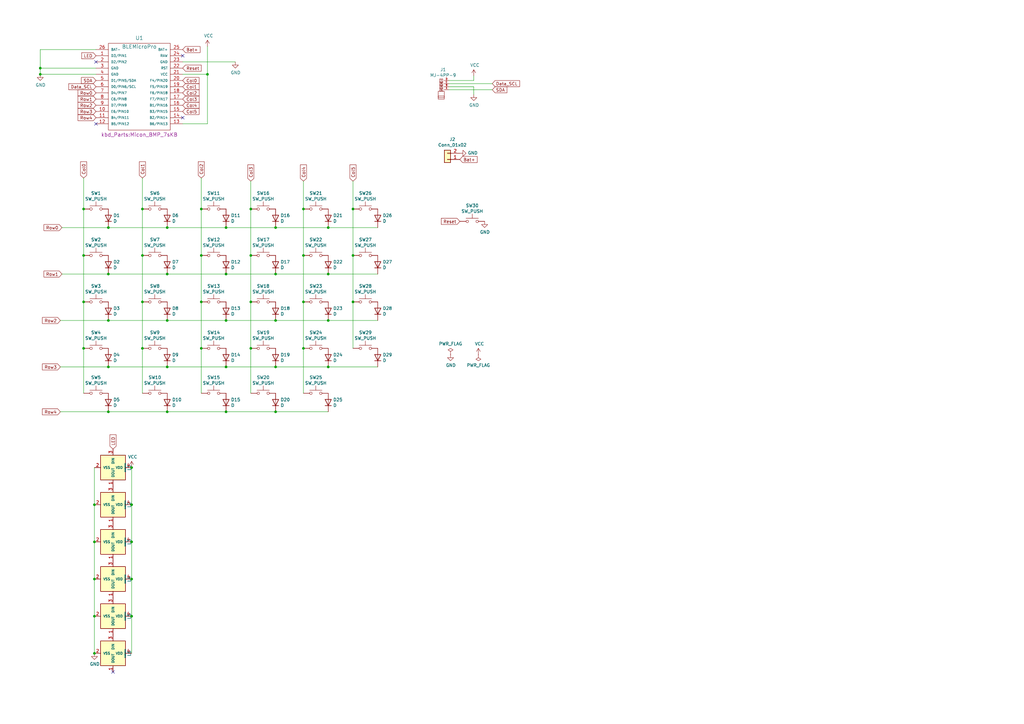
<source format=kicad_sch>
(kicad_sch (version 20211123) (generator eeschema)
  (paper "A3")
  (lib_symbols
    (symbol "Connector_Generic:Conn_01x02" (pin_names (offset 1.016) hide)
      (property "Reference" "J" (at 0 2.54 0))
      (property "Value" "Conn_01x02" (at 0 -5.08 0))
      (symbol "Conn_01x02_1_1"
        (rectangle (start -1.27 -2.413) (end 0 -2.667) (stroke (width 0.1524)))
        (rectangle (start -1.27 0.127) (end 0 -0.127) (stroke (width 0.1524)))
        (rectangle (start -1.27 1.27) (end 1.27 -3.81) (stroke (width 0.254)) (fill (type background)))
        (pin passive line (at -5.08 0 0) (length 3.81) (name "Pin_1") (number "1"))
        (pin passive line (at -5.08 -2.54 0) (length 3.81) (name "Pin_2") (number "2"))
      )
    )
    (symbol "Device:D" (pin_numbers hide) (pin_names (offset 1.016) hide)
      (property "Reference" "D" (at 0 2.54 0))
      (property "Value" "D" (at 0 -2.54 0))
      (symbol "D_0_1"
        (polyline (pts (xy -1.27 1.27) (xy -1.27 -1.27)) (stroke (width 0.254)))
        (polyline (pts (xy 1.27 0) (xy -1.27 0)))
        (polyline (pts (xy 1.27 1.27) (xy 1.27 -1.27) (xy -1.27 0) (xy 1.27 1.27)) (stroke (width 0.254)))
      )
      (symbol "D_1_1"
        (pin passive line (at -3.81 0 0) (length 2.54) (name "K") (number "1"))
        (pin passive line (at 3.81 0 180) (length 2.54) (name "A") (number "2"))
      )
    )
    (symbol "Salicylic_kbd:LED_SK6812MINI-E" (pin_names (offset 1.016))
      (property "Reference" "LED" (at 5.08 -10.16 0))
      (property "Value" "LED_SK6812MINI-E" (at 8.89 -8.89 0))
      (symbol "LED_SK6812MINI-E_0_1"
        (rectangle (start -5.08 5.08) (end 5.08 -5.08) (stroke (width 0.254)) (fill (type background)))
      )
      (symbol "LED_SK6812MINI-E_1_1"
        (pin output line (at 7.62 0 180) (length 2.54) (name "DOUT") (number "1"))
        (pin power_in line (at 0 -7.62 90) (length 2.54) (name "VSS") (number "2"))
        (pin input line (at -7.62 0 0) (length 2.54) (name "DIN") (number "3"))
        (pin power_in line (at 0 7.62 270) (length 2.54) (name "VDD") (number "4"))
      )
    )
    (symbol "Salicylic_kbd:Micon_BLEMicroPro" (pin_names (offset 1.016))
      (property "Reference" "U" (at 0 26.67 0))
      (property "Value" "Micon_BLEMicroPro" (at 0 -13.97 0))
      (symbol "Micon_BLEMicroPro_0_1"
        (rectangle (start 12.7 24.13) (end -12.7 -11.43))
      )
      (symbol "Micon_BLEMicroPro_1_1"
        (pin bidirectional line (at -17.78 19.05 0) (length 5.08) (name "D3/PIN1") (number "1"))
        (pin bidirectional line (at -17.78 -3.81 0) (length 5.08) (name "E6/PIN10") (number "10"))
        (pin bidirectional line (at -17.78 -6.35 0) (length 5.08) (name "B4/PIN11") (number "11"))
        (pin bidirectional line (at -17.78 -8.89 0) (length 5.08) (name "B5/PIN12") (number "12"))
        (pin bidirectional line (at 17.78 -8.89 180) (length 5.08) (name "B6/PIN13") (number "13"))
        (pin bidirectional line (at 17.78 -6.35 180) (length 5.08) (name "B2/PIN14") (number "14"))
        (pin bidirectional line (at 17.78 -3.81 180) (length 5.08) (name "B3/PIN15") (number "15"))
        (pin bidirectional line (at 17.78 -1.27 180) (length 5.08) (name "B1/PIN16") (number "16"))
        (pin bidirectional line (at 17.78 1.27 180) (length 5.08) (name "F7/PIN17") (number "17"))
        (pin bidirectional line (at 17.78 3.81 180) (length 5.08) (name "F6/PIN18") (number "18"))
        (pin bidirectional line (at 17.78 6.35 180) (length 5.08) (name "F5/PIN19") (number "19"))
        (pin bidirectional line (at -17.78 16.51 0) (length 5.08) (name "D2/PIN2") (number "2"))
        (pin bidirectional line (at 17.78 8.89 180) (length 5.08) (name "F4/PIN20") (number "20"))
        (pin power_in line (at 17.78 11.43 180) (length 5.08) (name "VCC") (number "21"))
        (pin input line (at 17.78 13.97 180) (length 5.08) (name "RST") (number "22"))
        (pin power_in line (at 17.78 16.51 180) (length 5.08) (name "GND") (number "23"))
        (pin power_out line (at 17.78 19.05 180) (length 5.08) (name "RAW") (number "24"))
        (pin input line (at 17.78 21.59 180) (length 5.08) (name "BAT+") (number "25"))
        (pin input line (at -17.78 21.59 0) (length 5.08) (name "BAT-") (number "26"))
        (pin power_in line (at -17.78 13.97 0) (length 5.08) (name "GND") (number "3"))
        (pin power_in line (at -17.78 11.43 0) (length 5.08) (name "GND") (number "4"))
        (pin bidirectional line (at -17.78 8.89 0) (length 5.08) (name "D1/PIN5/SDA") (number "5"))
        (pin bidirectional line (at -17.78 6.35 0) (length 5.08) (name "D0/PIN6/SCL") (number "6"))
        (pin bidirectional line (at -17.78 3.81 0) (length 5.08) (name "D4/PIN7") (number "7"))
        (pin bidirectional line (at -17.78 1.27 0) (length 5.08) (name "C6/PIN8") (number "8"))
        (pin bidirectional line (at -17.78 -1.27 0) (length 5.08) (name "D7/PIN9") (number "9"))
      )
    )
    (symbol "Salicylic_kbd:TRRS_MJ-4PP-9" (pin_names (offset 1.016))
      (property "Reference" "J" (at 0 5.08 0))
      (property "Value" "TRRS_MJ-4PP-9" (at 0 -6.985 0))
      (symbol "TRRS_MJ-4PP-9_0_0"
        (text "R" (at 0 0 0) (effects (font (size 0.6096 0.6096))))
        (text "R" (at 0 1.27 0) (effects (font (size 0.6096 0.6096))))
        (text "S" (at 0 -1.27 0) (effects (font (size 0.6096 0.6096))))
        (text "T" (at 0 2.54 0) (effects (font (size 0.6096 0.6096))))
      )
      (symbol "TRRS_MJ-4PP-9_0_1"
        (rectangle (start -1.27 -3.81) (end 1.27 -4.445))
        (rectangle (start -1.27 -1.905) (end 1.27 -5.08))
        (rectangle (start -0.635 -0.635) (end 0.635 -1.905))
        (rectangle (start -0.635 0.635) (end 0.635 -0.635))
        (rectangle (start -0.635 1.905) (end 0.635 0.635))
        (rectangle (start -0.635 3.175) (end 0.635 1.905))
      )
      (symbol "TRRS_MJ-4PP-9_1_1"
        (pin input line (at 3.175 -1.27 180) (length 2.0066) (name "~") (number "A"))
        (pin input line (at 3.175 0 180) (length 2.0066) (name "~") (number "B"))
        (pin input line (at 3.175 1.27 180) (length 2.0066) (name "~") (number "C"))
        (pin input line (at 3.175 2.54 180) (length 2.0066) (name "~") (number "D"))
      )
    )
    (symbol "Switch:SW_Push" (pin_numbers hide) (pin_names (offset 1.016) hide)
      (property "Reference" "SW" (at 1.27 2.54 0))
      (property "Value" "SW_Push" (at 0 -1.524 0))
      (symbol "SW_Push_0_1"
        (circle (center -2.032 0) (radius 0.508))
        (polyline (pts (xy 0 1.27) (xy 0 3.048)))
        (polyline (pts (xy 2.54 1.27) (xy -2.54 1.27)))
        (circle (center 2.032 0) (radius 0.508))
        (pin passive line (at -5.08 0 0) (length 2.54) (name "1") (number "1"))
        (pin passive line (at 5.08 0 180) (length 2.54) (name "2") (number "2"))
      )
    )
    (symbol "power:GND" (power) (pin_names (offset 0))
      (property "Value" "GND" (at 0 -3.81 0))
      (symbol "GND_0_1"
        (polyline (pts (xy 0 0) (xy 0 -1.27) (xy 1.27 -1.27) (xy 0 -2.54) (xy -1.27 -1.27) (xy 0 -1.27)))
      )
      (symbol "GND_1_1"
        (pin power_in line (at 0 0 270) (length 0) hide (name "GND") (number "1"))
      )
    )
    (symbol "power:PWR_FLAG" (power) (pin_numbers hide) (pin_names (offset 0) hide)
      (property "Value" "PWR_FLAG" (at 0 3.81 0))
      (symbol "PWR_FLAG_0_0"
        (pin power_out line (at 0 0 90) (length 0) (name "pwr") (number "1"))
      )
      (symbol "PWR_FLAG_0_1"
        (polyline (pts (xy 0 0) (xy 0 1.27) (xy -1.016 1.905) (xy 0 2.54) (xy 1.016 1.905) (xy 0 1.27)))
      )
    )
    (symbol "power:VCC" (power) (pin_names (offset 0))
      (property "Value" "VCC" (at 0 3.81 0))
      (symbol "VCC_0_1"
        (polyline (pts (xy -0.762 1.27) (xy 0 2.54)))
        (polyline (pts (xy 0 0) (xy 0 2.54)))
        (polyline (pts (xy 0 2.54) (xy 0.762 1.27)))
      )
      (symbol "VCC_1_1"
        (pin power_in line (at 0 0 90) (length 0) hide (name "VCC") (number "1"))
      )
    )
  )
  (junction (at 53.975 252.73))
  (junction (at 82.55 142.875))
  (junction (at 92.71 93.345))
  (junction (at 92.71 150.495))
  (junction (at 102.87 142.875))
  (junction (at 58.42 142.875))
  (junction (at 113.03 112.395))
  (junction (at 68.58 112.395))
  (junction (at 113.03 168.91))
  (junction (at 124.46 104.775))
  (junction (at 44.45 93.345))
  (junction (at 53.975 191.77))
  (junction (at 38.735 252.73))
  (junction (at 102.87 123.825))
  (junction (at 34.29 85.725))
  (junction (at 82.55 123.825))
  (junction (at 53.975 237.49))
  (junction (at 38.735 207.01))
  (junction (at 16.51 30.48))
  (junction (at 113.03 93.345))
  (junction (at 68.58 168.91))
  (junction (at 44.45 168.91))
  (junction (at 92.71 131.445))
  (junction (at 38.735 267.97))
  (junction (at 68.58 131.445))
  (junction (at 44.45 112.395))
  (junction (at 134.62 112.395))
  (junction (at 92.71 168.91))
  (junction (at 113.03 131.445))
  (junction (at 44.45 150.495))
  (junction (at 34.29 123.825))
  (junction (at 68.58 93.345))
  (junction (at 53.975 207.01))
  (junction (at 38.735 222.25))
  (junction (at 38.735 237.49))
  (junction (at 113.03 150.495))
  (junction (at 16.51 27.94))
  (junction (at 82.55 104.775))
  (junction (at 124.46 123.825))
  (junction (at 58.42 85.725))
  (junction (at 68.58 150.495))
  (junction (at 85.09 30.48))
  (junction (at 82.55 85.725))
  (junction (at 124.46 85.725))
  (junction (at 44.45 131.445))
  (junction (at 124.46 142.875))
  (junction (at 34.29 104.775))
  (junction (at 144.78 104.775))
  (junction (at 144.78 85.725))
  (junction (at 53.975 222.25))
  (junction (at 102.87 85.725))
  (junction (at 134.62 93.345))
  (junction (at 58.42 123.825))
  (junction (at 134.62 131.445))
  (junction (at 92.71 112.395))
  (junction (at 34.29 142.875))
  (junction (at 58.42 104.775))
  (junction (at 134.62 150.495))
  (junction (at 102.87 104.775))
  (junction (at 144.78 123.825))
  (no_connect (at 46.355 275.59))
  (no_connect (at 74.93 22.86))
  (no_connect (at 74.93 48.26))
  (no_connect (at 39.37 50.8))
  (no_connect (at 39.37 25.4))
  (wire (pts (xy 39.37 20.32) (xy 16.51 20.32)))
  (wire (pts (xy 34.29 85.725) (xy 34.29 104.775)))
  (wire (pts (xy 34.29 142.875) (xy 34.29 161.29)))
  (wire (pts (xy 82.55 123.825) (xy 82.55 142.875)))
  (wire (pts (xy 38.735 237.49) (xy 38.735 252.73)))
  (wire (pts (xy 58.42 142.875) (xy 58.42 161.29)))
  (wire (pts (xy 82.55 142.875) (xy 82.55 161.29)))
  (wire (pts (xy 92.71 131.445) (xy 113.03 131.445)))
  (wire (pts (xy 44.45 150.495) (xy 68.58 150.495)))
  (wire (pts (xy 58.42 73.025) (xy 58.42 85.725)))
  (wire (pts (xy 68.58 131.445) (xy 92.71 131.445)))
  (wire (pts (xy 92.71 168.91) (xy 113.03 168.91)))
  (wire (pts (xy 53.975 222.25) (xy 53.975 237.49)))
  (wire (pts (xy 184.15 35.56) (xy 194.31 35.56)))
  (wire (pts (xy 134.62 112.395) (xy 154.94 112.395)))
  (wire (pts (xy 134.62 150.495) (xy 154.94 150.495)))
  (wire (pts (xy 92.71 93.345) (xy 113.03 93.345)))
  (wire (pts (xy 58.42 85.725) (xy 58.42 104.775)))
  (wire (pts (xy 92.71 112.395) (xy 113.03 112.395)))
  (wire (pts (xy 113.03 93.345) (xy 134.62 93.345)))
  (wire (pts (xy 53.975 207.01) (xy 53.975 222.25)))
  (wire (pts (xy 24.765 131.445) (xy 44.45 131.445)))
  (wire (pts (xy 102.87 74.295) (xy 102.87 85.725)))
  (wire (pts (xy 34.29 123.825) (xy 34.29 142.875)))
  (wire (pts (xy 74.93 50.8) (xy 85.09 50.8)))
  (wire (pts (xy 144.78 74.295) (xy 144.78 85.725)))
  (wire (pts (xy 39.37 30.48) (xy 16.51 30.48)))
  (wire (pts (xy 34.29 104.775) (xy 34.29 123.825)))
  (wire (pts (xy 68.58 93.345) (xy 92.71 93.345)))
  (wire (pts (xy 194.31 35.56) (xy 194.31 38.735)))
  (wire (pts (xy 85.09 30.48) (xy 85.09 19.05)))
  (wire (pts (xy 34.29 73.025) (xy 34.29 85.725)))
  (wire (pts (xy 68.58 112.395) (xy 92.71 112.395)))
  (wire (pts (xy 82.55 104.775) (xy 82.55 123.825)))
  (wire (pts (xy 82.55 73.025) (xy 82.55 85.725)))
  (wire (pts (xy 113.03 150.495) (xy 134.62 150.495)))
  (wire (pts (xy 184.15 36.83) (xy 201.93 36.83)))
  (wire (pts (xy 44.45 131.445) (xy 68.58 131.445)))
  (wire (pts (xy 102.87 85.725) (xy 102.87 104.775)))
  (wire (pts (xy 53.975 252.73) (xy 53.975 267.97)))
  (wire (pts (xy 113.03 112.395) (xy 134.62 112.395)))
  (wire (pts (xy 53.975 237.49) (xy 53.975 252.73)))
  (wire (pts (xy 39.37 27.94) (xy 16.51 27.94)))
  (wire (pts (xy 134.62 93.345) (xy 154.94 93.345)))
  (wire (pts (xy 24.765 150.495) (xy 44.45 150.495)))
  (wire (pts (xy 38.735 207.01) (xy 38.735 222.25)))
  (wire (pts (xy 144.78 85.725) (xy 144.78 104.775)))
  (wire (pts (xy 58.42 123.825) (xy 58.42 142.875)))
  (wire (pts (xy 68.58 168.91) (xy 92.71 168.91)))
  (wire (pts (xy 44.45 168.91) (xy 68.58 168.91)))
  (wire (pts (xy 85.09 50.8) (xy 85.09 30.48)))
  (wire (pts (xy 68.58 150.495) (xy 92.71 150.495)))
  (wire (pts (xy 102.87 123.825) (xy 102.87 142.875)))
  (wire (pts (xy 38.735 252.73) (xy 38.735 267.97)))
  (wire (pts (xy 16.51 27.94) (xy 16.51 30.48)))
  (wire (pts (xy 38.735 222.25) (xy 38.735 237.49)))
  (wire (pts (xy 58.42 104.775) (xy 58.42 123.825)))
  (wire (pts (xy 16.51 20.32) (xy 16.51 27.94)))
  (wire (pts (xy 24.765 168.91) (xy 44.45 168.91)))
  (wire (pts (xy 124.46 74.295) (xy 124.46 85.725)))
  (wire (pts (xy 102.87 142.875) (xy 102.87 161.29)))
  (wire (pts (xy 96.52 25.4) (xy 74.93 25.4)))
  (wire (pts (xy 124.46 104.775) (xy 124.46 123.825)))
  (wire (pts (xy 184.15 34.29) (xy 201.93 34.29)))
  (wire (pts (xy 44.45 112.395) (xy 68.58 112.395)))
  (wire (pts (xy 124.46 85.725) (xy 124.46 104.775)))
  (wire (pts (xy 184.15 33.02) (xy 194.31 33.02)))
  (wire (pts (xy 144.78 104.775) (xy 144.78 123.825)))
  (wire (pts (xy 92.71 150.495) (xy 113.03 150.495)))
  (wire (pts (xy 194.31 33.02) (xy 194.31 31.115)))
  (wire (pts (xy 25.4 112.395) (xy 44.45 112.395)))
  (wire (pts (xy 124.46 142.875) (xy 124.46 161.29)))
  (wire (pts (xy 102.87 104.775) (xy 102.87 123.825)))
  (wire (pts (xy 134.62 131.445) (xy 154.94 131.445)))
  (wire (pts (xy 144.78 123.825) (xy 144.78 142.875)))
  (wire (pts (xy 53.975 191.77) (xy 53.975 207.01)))
  (wire (pts (xy 74.93 30.48) (xy 85.09 30.48)))
  (wire (pts (xy 44.45 93.345) (xy 68.58 93.345)))
  (wire (pts (xy 25.4 93.345) (xy 44.45 93.345)))
  (wire (pts (xy 38.735 191.77) (xy 38.735 207.01)))
  (wire (pts (xy 82.55 85.725) (xy 82.55 104.775)))
  (wire (pts (xy 113.03 168.91) (xy 134.62 168.91)))
  (wire (pts (xy 124.46 123.825) (xy 124.46 142.875)))
  (wire (pts (xy 113.03 131.445) (xy 134.62 131.445)))
  (global_label "Bat+" (shape input) (at 188.595 65.405 0) (property "Intersheet References" "${INTERSHEET_REFS}" (effects hide)))
  (global_label "SDA" (shape input) (at 39.37 33.02 180) (property "Intersheet References" "${INTERSHEET_REFS}" (effects hide)))
  (global_label "Col0" (shape input) (at 74.93 33.02 0) (property "Intersheet References" "${INTERSHEET_REFS}" (effects hide)))
  (global_label "Col2" (shape input) (at 82.55 73.025 90) (property "Intersheet References" "${INTERSHEET_REFS}" (effects hide)))
  (global_label "Row4" (shape input) (at 39.37 48.26 180) (property "Intersheet References" "${INTERSHEET_REFS}" (effects hide)))
  (global_label "Row1" (shape input) (at 25.4 112.395 180) (property "Intersheet References" "${INTERSHEET_REFS}" (effects hide)))
  (global_label "Col2" (shape input) (at 74.93 38.1 0) (property "Intersheet References" "${INTERSHEET_REFS}" (effects hide)))
  (global_label "Col0" (shape input) (at 34.29 73.025 90) (property "Intersheet References" "${INTERSHEET_REFS}" (effects hide)))
  (global_label "Data_SCL" (shape input) (at 39.37 35.56 180) (property "Intersheet References" "${INTERSHEET_REFS}" (effects hide)))
  (global_label "Row2" (shape input) (at 24.765 131.445 180) (property "Intersheet References" "${INTERSHEET_REFS}" (effects hide)))
  (global_label "Reset" (shape input) (at 74.93 27.94 0) (property "Intersheet References" "${INTERSHEET_REFS}" (effects hide)))
  (global_label "SDA" (shape input) (at 201.93 36.83 0) (property "Intersheet References" "${INTERSHEET_REFS}" (effects hide)))
  (global_label "Row0" (shape input) (at 25.4 93.345 180) (property "Intersheet References" "${INTERSHEET_REFS}" (effects hide)))
  (global_label "Row3" (shape input) (at 39.37 45.72 180) (property "Intersheet References" "${INTERSHEET_REFS}" (effects hide)))
  (global_label "Col3" (shape input) (at 102.87 74.295 90) (property "Intersheet References" "${INTERSHEET_REFS}" (effects hide)))
  (global_label "Row0" (shape input) (at 39.37 38.1 180) (property "Intersheet References" "${INTERSHEET_REFS}" (effects hide)))
  (global_label "Col1" (shape input) (at 58.42 73.025 90) (property "Intersheet References" "${INTERSHEET_REFS}" (effects hide)))
  (global_label "Reset" (shape input) (at 188.595 90.805 180) (property "Intersheet References" "${INTERSHEET_REFS}" (effects hide)))
  (global_label "Col5" (shape input) (at 144.78 74.295 90) (property "Intersheet References" "${INTERSHEET_REFS}" (effects hide)))
  (global_label "Col3" (shape input) (at 74.93 40.64 0) (property "Intersheet References" "${INTERSHEET_REFS}" (effects hide)))
  (global_label "Col1" (shape input) (at 74.93 35.56 0) (property "Intersheet References" "${INTERSHEET_REFS}" (effects hide)))
  (global_label "LED" (shape input) (at 39.37 22.86 180) (property "Intersheet References" "${INTERSHEET_REFS}" (effects hide)))
  (global_label "Col4" (shape input) (at 74.93 43.18 0) (property "Intersheet References" "${INTERSHEET_REFS}" (effects hide)))
  (global_label "Row3" (shape input) (at 24.765 150.495 180) (property "Intersheet References" "${INTERSHEET_REFS}" (effects hide)))
  (global_label "Col5" (shape input) (at 74.93 45.72 0) (property "Intersheet References" "${INTERSHEET_REFS}" (effects hide)))
  (global_label "Row1" (shape input) (at 39.37 40.64 180) (property "Intersheet References" "${INTERSHEET_REFS}" (effects hide)))
  (global_label "Row4" (shape input) (at 24.765 168.91 180) (property "Intersheet References" "${INTERSHEET_REFS}" (effects hide)))
  (global_label "Bat+" (shape input) (at 74.93 20.32 0) (property "Intersheet References" "${INTERSHEET_REFS}" (effects hide)))
  (global_label "Row2" (shape input) (at 39.37 43.18 180) (property "Intersheet References" "${INTERSHEET_REFS}" (effects hide)))
  (global_label "Data_SCL" (shape input) (at 201.93 34.29 0) (property "Intersheet References" "${INTERSHEET_REFS}" (effects hide)))
  (global_label "LED" (shape input) (at 46.355 184.15 90) (property "Intersheet References" "${INTERSHEET_REFS}" (effects hide)))
  (global_label "Col4" (shape input) (at 124.46 74.295 90) (property "Intersheet References" "${INTERSHEET_REFS}" (effects hide)))
  (symbol (lib_id "Salicylic_kbd:Micon_BLEMicroPro") (at 57.15 41.91 0) (unit 1)
    (property "Reference" "U1" (at 57.15 15.5702 0) (effects (font (size 1.524 1.524))))
    (property "Value" "BLEMicroPro" (at 57.15 18.2626 0) (effects (font (size 1.524 1.524)) (justify top)))
    (property "Footprint" "kbd_Parts:Micon_BMP_7sKB" (at 57.15 55.245 0) (effects (font (size 1.524 1.524))))
  )
  (symbol (lib_id "power:GND") (at 96.52 25.4 0) (unit 1)
    (property "Reference" "#PWR05" (effects hide))
    (property "Value" "GND" (at 96.647 29.7942 0))
  )
  (symbol (lib_id "power:VCC") (at 85.09 19.05 0) (unit 1)
    (property "Reference" "#PWR04" (effects hide))
    (property "Value" "VCC" (at 85.5218 14.6558 0))
  )
  (symbol (lib_id "power:GND") (at 16.51 30.48 0) (unit 1)
    (property "Reference" "#PWR01" (effects hide))
    (property "Value" "GND" (at 16.637 34.8742 0))
  )
  (symbol (lib_id "Switch:SW_Push") (at 63.5 85.725 0) (unit 1)
    (property "Reference" "SW6" (at 63.5 79.248 0))
    (property "Value" "SW_PUSH" (at 63.5 81.5594 0))
    (property "Footprint" "kbd_SW:CherryMX_Solder_1u" (effects hide))
  )
  (symbol (lib_id "Switch:SW_Push") (at 39.37 85.725 0) (unit 1)
    (property "Reference" "SW1" (at 39.37 79.248 0))
    (property "Value" "SW_PUSH" (at 39.37 81.5594 0))
    (property "Footprint" "kbd_SW:CherryMX_Solder_1u" (effects hide))
  )
  (symbol (lib_id "Switch:SW_Push") (at 39.37 104.775 0) (unit 1)
    (property "Reference" "SW2" (at 39.37 98.298 0))
    (property "Value" "SW_PUSH" (at 39.37 100.6094 0))
    (property "Footprint" "kbd_SW:CherryMX_Solder_1.5u" (effects hide))
  )
  (symbol (lib_id "Switch:SW_Push") (at 63.5 104.775 0) (unit 1)
    (property "Reference" "SW7" (at 63.5 98.298 0))
    (property "Value" "SW_PUSH" (at 63.5 100.6094 0))
    (property "Footprint" "kbd_SW:CherryMX_Solder_1u" (effects hide))
  )
  (symbol (lib_id "Device:D") (at 44.45 89.535 90) (unit 1)
    (property "Reference" "D1" (at 46.4566 88.3666 90) (effects (justify right)))
    (property "Value" "D" (at 46.4566 90.678 90) (effects (justify right)))
    (property "Footprint" "kbd_Parts:Diode_TH_SMD" (effects hide))
  )
  (symbol (lib_id "Device:D") (at 68.58 89.535 90) (unit 1)
    (property "Reference" "D6" (at 70.5866 88.3666 90) (effects (justify right)))
    (property "Value" "D" (at 70.5866 90.678 90) (effects (justify right)))
    (property "Footprint" "kbd_Parts:Diode_TH_SMD" (effects hide))
  )
  (symbol (lib_id "Device:D") (at 68.58 108.585 90) (unit 1)
    (property "Reference" "D7" (at 70.5866 107.4166 90) (effects (justify right)))
    (property "Value" "D" (at 70.5866 109.728 90) (effects (justify right)))
    (property "Footprint" "kbd_Parts:Diode_TH_SMD" (effects hide))
  )
  (symbol (lib_id "Device:D") (at 44.45 108.585 90) (unit 1)
    (property "Reference" "D2" (at 46.4566 107.4166 90) (effects (justify right)))
    (property "Value" "D" (at 46.4566 109.728 90) (effects (justify right)))
    (property "Footprint" "kbd_Parts:Diode_TH_SMD" (effects hide))
  )
  (symbol (lib_id "Switch:SW_Push") (at 107.95 85.725 0) (unit 1)
    (property "Reference" "SW16" (at 107.95 79.248 0))
    (property "Value" "SW_PUSH" (at 107.95 81.5594 0))
    (property "Footprint" "kbd_SW:CherryMX_Solder_1u" (effects hide))
  )
  (symbol (lib_id "Switch:SW_Push") (at 129.54 85.725 0) (unit 1)
    (property "Reference" "SW21" (at 129.54 79.248 0))
    (property "Value" "SW_PUSH" (at 129.54 81.5594 0))
    (property "Footprint" "kbd_SW:CherryMX_Solder_1u" (effects hide))
  )
  (symbol (lib_id "Switch:SW_Push") (at 149.86 85.725 0) (unit 1)
    (property "Reference" "SW26" (at 149.86 79.248 0))
    (property "Value" "SW_PUSH" (at 149.86 81.5594 0))
    (property "Footprint" "kbd_SW:CherryMX_Solder_1u" (effects hide))
  )
  (symbol (lib_id "Switch:SW_Push") (at 87.63 85.725 0) (unit 1)
    (property "Reference" "SW11" (at 87.63 79.248 0))
    (property "Value" "SW_PUSH" (at 87.63 81.5594 0))
    (property "Footprint" "kbd_SW:CherryMX_Solder_1u" (effects hide))
  )
  (symbol (lib_id "Switch:SW_Push") (at 107.95 123.825 0) (unit 1)
    (property "Reference" "SW18" (at 107.95 117.348 0))
    (property "Value" "SW_PUSH" (at 107.95 119.6594 0))
    (property "Footprint" "kbd_SW:CherryMX_Solder_1u" (effects hide))
  )
  (symbol (lib_id "Switch:SW_Push") (at 107.95 104.775 0) (unit 1)
    (property "Reference" "SW17" (at 107.95 98.298 0))
    (property "Value" "SW_PUSH" (at 107.95 100.6094 0))
    (property "Footprint" "kbd_SW:CherryMX_Solder_1u" (effects hide))
  )
  (symbol (lib_id "Switch:SW_Push") (at 129.54 104.775 0) (unit 1)
    (property "Reference" "SW22" (at 129.54 98.298 0))
    (property "Value" "SW_PUSH" (at 129.54 100.6094 0))
    (property "Footprint" "kbd_SW:CherryMX_Solder_1u" (effects hide))
  )
  (symbol (lib_id "Switch:SW_Push") (at 149.86 104.775 0) (unit 1)
    (property "Reference" "SW27" (at 149.86 98.298 0))
    (property "Value" "SW_PUSH" (at 149.86 100.6094 0))
    (property "Footprint" "kbd_SW:CherryMX_Solder_1u" (effects hide))
  )
  (symbol (lib_id "Switch:SW_Push") (at 87.63 104.775 0) (unit 1)
    (property "Reference" "SW12" (at 87.63 98.298 0))
    (property "Value" "SW_PUSH" (at 87.63 100.6094 0))
    (property "Footprint" "kbd_SW:CherryMX_Solder_1u" (effects hide))
  )
  (symbol (lib_id "Switch:SW_Push") (at 39.37 123.825 0) (unit 1)
    (property "Reference" "SW3" (at 39.37 117.348 0))
    (property "Value" "SW_PUSH" (at 39.37 119.6594 0))
    (property "Footprint" "kbd_SW:CherryMX_Solder_1.75u" (effects hide))
  )
  (symbol (lib_id "Switch:SW_Push") (at 39.37 142.875 0) (unit 1)
    (property "Reference" "SW4" (at 39.37 136.398 0))
    (property "Value" "SW_PUSH" (at 39.37 138.7094 0))
    (property "Footprint" "kbd_SW:CherryMX_Solder_2u_Rev" (effects hide))
  )
  (symbol (lib_id "Switch:SW_Push") (at 63.5 123.825 0) (unit 1)
    (property "Reference" "SW8" (at 63.5 117.348 0))
    (property "Value" "SW_PUSH" (at 63.5 119.6594 0))
    (property "Footprint" "kbd_SW:CherryMX_Solder_1u" (effects hide))
  )
  (symbol (lib_id "Switch:SW_Push") (at 63.5 142.875 0) (unit 1)
    (property "Reference" "SW9" (at 63.5 136.398 0))
    (property "Value" "SW_PUSH" (at 63.5 138.7094 0))
    (property "Footprint" "kbd_SW:CherryMX_Solder_1u" (effects hide))
  )
  (symbol (lib_id "Switch:SW_Push") (at 87.63 123.825 0) (unit 1)
    (property "Reference" "SW13" (at 87.63 117.348 0))
    (property "Value" "SW_PUSH" (at 87.63 119.6594 0))
    (property "Footprint" "kbd_SW:CherryMX_Solder_1u" (effects hide))
  )
  (symbol (lib_id "Switch:SW_Push") (at 87.63 142.875 0) (unit 1)
    (property "Reference" "SW14" (at 87.63 136.398 0))
    (property "Value" "SW_PUSH" (at 87.63 138.7094 0))
    (property "Footprint" "kbd_SW:CherryMX_Solder_1u" (effects hide))
  )
  (symbol (lib_id "Switch:SW_Push") (at 107.95 142.875 0) (unit 1)
    (property "Reference" "SW19" (at 107.95 136.398 0))
    (property "Value" "SW_PUSH" (at 107.95 138.7094 0))
    (property "Footprint" "kbd_SW:CherryMX_Solder_1u" (effects hide))
  )
  (symbol (lib_id "Switch:SW_Push") (at 129.54 142.875 0) (unit 1)
    (property "Reference" "SW24" (at 129.54 136.398 0))
    (property "Value" "SW_PUSH" (at 129.54 138.7094 0))
    (property "Footprint" "kbd_SW:CherryMX_Solder_1u" (effects hide))
  )
  (symbol (lib_id "Switch:SW_Push") (at 149.86 142.875 0) (unit 1)
    (property "Reference" "SW29" (at 149.86 136.398 0))
    (property "Value" "SW_PUSH" (at 149.86 138.7094 0))
    (property "Footprint" "kbd_SW:CherryMX_Solder_1u" (effects hide))
  )
  (symbol (lib_id "Switch:SW_Push") (at 129.54 123.825 0) (unit 1)
    (property "Reference" "SW23" (at 129.54 117.348 0))
    (property "Value" "SW_PUSH" (at 129.54 119.6594 0))
    (property "Footprint" "kbd_SW:CherryMX_Solder_1u" (effects hide))
  )
  (symbol (lib_id "Switch:SW_Push") (at 149.86 123.825 0) (unit 1)
    (property "Reference" "SW28" (at 149.86 117.348 0))
    (property "Value" "SW_PUSH" (at 149.86 119.6594 0))
    (property "Footprint" "kbd_SW:CherryMX_Solder_1u" (effects hide))
  )
  (symbol (lib_id "Device:D") (at 92.71 89.535 90) (unit 1)
    (property "Reference" "D11" (at 94.7166 88.3666 90) (effects (justify right)))
    (property "Value" "D" (at 94.7166 90.678 90) (effects (justify right)))
    (property "Footprint" "kbd_Parts:Diode_TH_SMD" (effects hide))
  )
  (symbol (lib_id "Device:D") (at 113.03 89.535 90) (unit 1)
    (property "Reference" "D16" (at 115.0366 88.3666 90) (effects (justify right)))
    (property "Value" "D" (at 115.0366 90.678 90) (effects (justify right)))
    (property "Footprint" "kbd_Parts:Diode_TH_SMD" (effects hide))
  )
  (symbol (lib_id "Device:D") (at 134.62 89.535 90) (unit 1)
    (property "Reference" "D21" (at 136.6266 88.3666 90) (effects (justify right)))
    (property "Value" "D" (at 136.6266 90.678 90) (effects (justify right)))
    (property "Footprint" "kbd_Parts:Diode_TH_SMD" (effects hide))
  )
  (symbol (lib_id "Device:D") (at 154.94 89.535 90) (unit 1)
    (property "Reference" "D26" (at 156.9466 88.3666 90) (effects (justify right)))
    (property "Value" "D" (at 156.9466 90.678 90) (effects (justify right)))
    (property "Footprint" "kbd_Parts:Diode_TH_SMD" (effects hide))
  )
  (symbol (lib_id "Device:D") (at 154.94 108.585 90) (unit 1)
    (property "Reference" "D27" (at 156.9466 107.4166 90) (effects (justify right)))
    (property "Value" "D" (at 156.9466 109.728 90) (effects (justify right)))
    (property "Footprint" "kbd_Parts:Diode_TH_SMD" (effects hide))
  )
  (symbol (lib_id "Device:D") (at 154.94 127.635 90) (unit 1)
    (property "Reference" "D28" (at 156.9466 126.4666 90) (effects (justify right)))
    (property "Value" "D" (at 156.9466 128.778 90) (effects (justify right)))
    (property "Footprint" "kbd_Parts:Diode_TH_SMD" (effects hide))
  )
  (symbol (lib_id "Device:D") (at 154.94 146.685 90) (unit 1)
    (property "Reference" "D29" (at 156.9466 145.5166 90) (effects (justify right)))
    (property "Value" "D" (at 156.9466 147.828 90) (effects (justify right)))
    (property "Footprint" "kbd_Parts:Diode_TH_SMD" (effects hide))
  )
  (symbol (lib_id "Device:D") (at 134.62 146.685 90) (unit 1)
    (property "Reference" "D24" (at 136.6266 145.5166 90) (effects (justify right)))
    (property "Value" "D" (at 136.6266 147.828 90) (effects (justify right)))
    (property "Footprint" "kbd_Parts:Diode_TH_SMD" (effects hide))
  )
  (symbol (lib_id "Device:D") (at 134.62 127.635 90) (unit 1)
    (property "Reference" "D23" (at 136.6266 126.4666 90) (effects (justify right)))
    (property "Value" "D" (at 136.6266 128.778 90) (effects (justify right)))
    (property "Footprint" "kbd_Parts:Diode_TH_SMD" (effects hide))
  )
  (symbol (lib_id "Device:D") (at 134.62 108.585 90) (unit 1)
    (property "Reference" "D22" (at 136.6266 107.4166 90) (effects (justify right)))
    (property "Value" "D" (at 136.6266 109.728 90) (effects (justify right)))
    (property "Footprint" "kbd_Parts:Diode_TH_SMD" (effects hide))
  )
  (symbol (lib_id "Device:D") (at 113.03 108.585 90) (unit 1)
    (property "Reference" "D17" (at 115.0366 107.4166 90) (effects (justify right)))
    (property "Value" "D" (at 115.0366 109.728 90) (effects (justify right)))
    (property "Footprint" "kbd_Parts:Diode_TH_SMD" (effects hide))
  )
  (symbol (lib_id "Device:D") (at 92.71 108.585 90) (unit 1)
    (property "Reference" "D12" (at 94.7166 107.4166 90) (effects (justify right)))
    (property "Value" "D" (at 94.7166 109.728 90) (effects (justify right)))
    (property "Footprint" "kbd_Parts:Diode_TH_SMD" (effects hide))
  )
  (symbol (lib_id "Device:D") (at 92.71 127.635 90) (unit 1)
    (property "Reference" "D13" (at 94.7166 126.4666 90) (effects (justify right)))
    (property "Value" "D" (at 94.7166 128.778 90) (effects (justify right)))
    (property "Footprint" "kbd_Parts:Diode_TH_SMD" (effects hide))
  )
  (symbol (lib_id "Device:D") (at 113.03 127.635 90) (unit 1)
    (property "Reference" "D18" (at 115.0366 126.4666 90) (effects (justify right)))
    (property "Value" "D" (at 115.0366 128.778 90) (effects (justify right)))
    (property "Footprint" "kbd_Parts:Diode_TH_SMD" (effects hide))
  )
  (symbol (lib_id "Device:D") (at 113.03 146.685 90) (unit 1)
    (property "Reference" "D19" (at 115.0366 145.5166 90) (effects (justify right)))
    (property "Value" "D" (at 115.0366 147.828 90) (effects (justify right)))
    (property "Footprint" "kbd_Parts:Diode_TH_SMD" (effects hide))
  )
  (symbol (lib_id "Device:D") (at 92.71 146.685 90) (unit 1)
    (property "Reference" "D14" (at 94.7166 145.5166 90) (effects (justify right)))
    (property "Value" "D" (at 94.7166 147.828 90) (effects (justify right)))
    (property "Footprint" "kbd_Parts:Diode_TH_SMD" (effects hide))
  )
  (symbol (lib_id "Device:D") (at 68.58 146.685 90) (unit 1)
    (property "Reference" "D9" (at 70.5866 145.5166 90) (effects (justify right)))
    (property "Value" "D" (at 70.5866 147.828 90) (effects (justify right)))
    (property "Footprint" "kbd_Parts:Diode_TH_SMD" (effects hide))
  )
  (symbol (lib_id "Device:D") (at 68.58 127.635 90) (unit 1)
    (property "Reference" "D8" (at 70.5866 126.4666 90) (effects (justify right)))
    (property "Value" "D" (at 70.5866 128.778 90) (effects (justify right)))
    (property "Footprint" "kbd_Parts:Diode_TH_SMD" (effects hide))
  )
  (symbol (lib_id "Device:D") (at 44.45 127.635 90) (unit 1)
    (property "Reference" "D3" (at 46.4566 126.4666 90) (effects (justify right)))
    (property "Value" "D" (at 46.4566 128.778 90) (effects (justify right)))
    (property "Footprint" "kbd_Parts:Diode_TH_SMD" (effects hide))
  )
  (symbol (lib_id "Device:D") (at 44.45 146.685 90) (unit 1)
    (property "Reference" "D4" (at 46.4566 145.5166 90) (effects (justify right)))
    (property "Value" "D" (at 46.4566 147.828 90) (effects (justify right)))
    (property "Footprint" "kbd_Parts:Diode_TH_SMD" (effects hide))
  )
  (symbol (lib_id "Switch:SW_Push") (at 63.5 161.29 0) (unit 1)
    (property "Reference" "SW10" (at 63.5 154.813 0))
    (property "Value" "SW_PUSH" (at 63.5 157.1244 0))
    (property "Footprint" "kbd_SW:CherryMX_Solder_1.25u" (effects hide))
  )
  (symbol (lib_id "Switch:SW_Push") (at 87.63 161.29 0) (unit 1)
    (property "Reference" "SW15" (at 87.63 154.813 0))
    (property "Value" "SW_PUSH" (at 87.63 157.1244 0))
    (property "Footprint" "kbd_SW:CherryMX_Solder_1.25u" (effects hide))
  )
  (symbol (lib_id "Switch:SW_Push") (at 129.54 161.29 0) (unit 1)
    (property "Reference" "SW25" (at 129.54 154.813 0))
    (property "Value" "SW_PUSH" (at 129.54 157.1244 0))
    (property "Footprint" "kbd_SW:CherryMX_Solder_1.5u" (effects hide))
  )
  (symbol (lib_id "Device:D") (at 68.58 165.1 90) (unit 1)
    (property "Reference" "D10" (at 70.5866 163.9316 90) (effects (justify right)))
    (property "Value" "D" (at 70.5866 166.243 90) (effects (justify right)))
    (property "Footprint" "kbd_Parts:Diode_TH_SMD" (effects hide))
  )
  (symbol (lib_id "Device:D") (at 92.71 165.1 90) (unit 1)
    (property "Reference" "D15" (at 94.7166 163.9316 90) (effects (justify right)))
    (property "Value" "D" (at 94.7166 166.243 90) (effects (justify right)))
    (property "Footprint" "kbd_Parts:Diode_TH_SMD" (effects hide))
  )
  (symbol (lib_id "Device:D") (at 134.62 165.1 90) (unit 1)
    (property "Reference" "D25" (at 136.6266 163.9316 90) (effects (justify right)))
    (property "Value" "D" (at 136.6266 166.243 90) (effects (justify right)))
    (property "Footprint" "kbd_Parts:Diode_TH_SMD" (effects hide))
  )
  (symbol (lib_id "Salicylic_kbd:TRRS_MJ-4PP-9") (at 180.975 35.56 0) (unit 1)
    (property "Reference" "J1" (at 181.737 28.5496 0))
    (property "Value" "MJ-4PP-9" (at 181.737 30.861 0))
    (property "Footprint" "kbd_Parts:TRRS_MJ-4PP-9" (effects hide))
  )
  (symbol (lib_id "power:VCC") (at 194.31 31.115 0) (unit 1)
    (property "Reference" "#PWR06" (effects hide))
    (property "Value" "VCC" (at 194.7418 26.7208 0))
  )
  (symbol (lib_id "power:GND") (at 194.31 38.735 0) (unit 1)
    (property "Reference" "#PWR07" (effects hide))
    (property "Value" "GND" (at 194.437 43.1292 0))
  )
  (symbol (lib_id "power:GND") (at 38.735 267.97 0) (unit 1)
    (property "Reference" "#PWR02" (effects hide))
    (property "Value" "GND" (at 38.862 272.3642 0))
  )
  (symbol (lib_id "power:PWR_FLAG") (at 184.785 145.415 0) (unit 1)
    (property "Reference" "#FLG01" (effects hide))
    (property "Value" "PWR_FLAG" (at 184.785 140.9954 0))
  )
  (symbol (lib_id "power:PWR_FLAG") (at 196.215 145.415 180) (unit 1)
    (property "Reference" "#FLG02" (effects hide))
    (property "Value" "PWR_FLAG" (at 196.215 149.8092 0))
  )
  (symbol (lib_id "power:GND") (at 184.785 145.415 0) (unit 1)
    (property "Reference" "#PWR09" (effects hide))
    (property "Value" "GND" (at 184.912 149.8092 0))
  )
  (symbol (lib_id "power:VCC") (at 196.215 145.415 0) (unit 1)
    (property "Reference" "#PWR010" (effects hide))
    (property "Value" "VCC" (at 196.6468 141.0208 0))
  )
  (symbol (lib_id "Connector_Generic:Conn_01x02") (at 183.515 65.405 180) (unit 1)
    (property "Reference" "J2" (at 185.547 57.15 0))
    (property "Value" "Conn_01x02" (at 185.547 59.4614 0))
    (property "Footprint" "kbd_Parts:Battery_BMP_2pin" (effects hide))
  )
  (symbol (lib_id "power:GND") (at 188.595 62.865 90) (unit 1)
    (property "Reference" "#PWR08" (effects hide))
    (property "Value" "GND" (at 191.8462 62.738 90) (effects (justify right)))
  )
  (symbol (lib_id "Switch:SW_Push") (at 107.95 161.29 0) (unit 1)
    (property "Reference" "SW20" (at 107.95 154.813 0))
    (property "Value" "SW_PUSH" (at 107.95 157.1244 0))
    (property "Footprint" "kbd_SW:CherryMX_Solder_1.5u" (effects hide))
  )
  (symbol (lib_id "Device:D") (at 113.03 165.1 90) (unit 1)
    (property "Reference" "D20" (at 115.0366 163.9316 90) (effects (justify right)))
    (property "Value" "D" (at 115.0366 166.243 90) (effects (justify right)))
    (property "Footprint" "kbd_Parts:Diode_TH_SMD" (effects hide))
  )
  (symbol (lib_id "power:VCC") (at 53.975 191.77 0) (unit 1)
    (property "Reference" "#PWR03" (effects hide))
    (property "Value" "VCC" (at 54.4068 187.3758 0))
  )
  (symbol (lib_id "Switch:SW_Push") (at 193.675 90.805 0) (unit 1)
    (property "Reference" "SW30" (at 193.675 84.328 0))
    (property "Value" "SW_PUSH" (at 193.675 86.6394 0))
    (property "Footprint" "kbd_Parts:ResetSW" (effects hide))
  )
  (symbol (lib_id "power:GND") (at 198.755 90.805 0) (unit 1)
    (property "Reference" "#PWR011" (effects hide))
    (property "Value" "GND" (at 198.882 95.1992 0))
  )
  (symbol (lib_id "Salicylic_kbd:LED_SK6812MINI-E") (at 46.355 191.77 270) (unit 1)
    (property "Reference" "L1" (at 53.0098 191.77 0) (effects (font (size 1.2954 1.2954))))
    (property "Value" "SK6812MINI" (at 51.3588 191.77 0) (effects (font (size 0.4064 0.4064))))
    (property "Footprint" "kbd_Parts:LED_SK6812MINI-E_BL" (effects hide))
  )
  (symbol (lib_id "Salicylic_kbd:LED_SK6812MINI-E") (at 46.355 252.73 270) (unit 1)
    (property "Reference" "L5" (at 53.0098 252.73 0) (effects (font (size 1.2954 1.2954))))
    (property "Value" "SK6812MINI" (at 51.3588 252.73 0) (effects (font (size 0.4064 0.4064))))
    (property "Footprint" "kbd_Parts:LED_SK6812MINI-E_BL" (effects hide))
  )
  (symbol (lib_id "Salicylic_kbd:LED_SK6812MINI-E") (at 46.355 237.49 270) (unit 1)
    (property "Reference" "L4" (at 53.0098 237.49 0) (effects (font (size 1.2954 1.2954))))
    (property "Value" "SK6812MINI" (at 51.3588 237.49 0) (effects (font (size 0.4064 0.4064))))
    (property "Footprint" "kbd_Parts:LED_SK6812MINI-E_BL" (effects hide))
  )
  (symbol (lib_id "Salicylic_kbd:LED_SK6812MINI-E") (at 46.355 207.01 270) (unit 1)
    (property "Reference" "L2" (at 53.0098 207.01 0) (effects (font (size 1.2954 1.2954))))
    (property "Value" "SK6812MINI" (at 51.3588 207.01 0) (effects (font (size 0.4064 0.4064))))
    (property "Footprint" "kbd_Parts:LED_SK6812MINI-E_BL" (effects hide))
  )
  (symbol (lib_id "Device:D") (at 44.45 165.1 90) (unit 1)
    (property "Reference" "D5" (at 46.4566 163.9316 90) (effects (justify right)))
    (property "Value" "D" (at 46.4566 166.243 90) (effects (justify right)))
    (property "Footprint" "kbd_Parts:Diode_TH_SMD" (effects hide))
  )
  (symbol (lib_id "Salicylic_kbd:LED_SK6812MINI-E") (at 46.355 267.97 270) (unit 1)
    (property "Reference" "L6" (at 53.0098 267.97 0) (effects (font (size 1.2954 1.2954))))
    (property "Value" "SK6812MINI" (at 51.3588 267.97 0) (effects (font (size 0.4064 0.4064))))
    (property "Footprint" "kbd_Parts:LED_SK6812MINI-E_BL" (effects hide))
  )
  (symbol (lib_id "Salicylic_kbd:LED_SK6812MINI-E") (at 46.355 222.25 270) (unit 1)
    (property "Reference" "L3" (at 53.0098 222.25 0) (effects (font (size 1.2954 1.2954))))
    (property "Value" "SK6812MINI" (at 51.3588 222.25 0) (effects (font (size 0.4064 0.4064))))
    (property "Footprint" "kbd_Parts:LED_SK6812MINI-E_BL" (effects hide))
  )
  (symbol (lib_id "Switch:SW_Push") (at 39.37 161.29 0) (unit 1)
    (property "Reference" "SW5" (at 39.37 154.813 0))
    (property "Value" "SW_PUSH" (at 39.37 157.1244 0))
    (property "Footprint" "kbd_SW:CherryMX_Solder_1.25u" (effects hide))
  )
)
</source>
